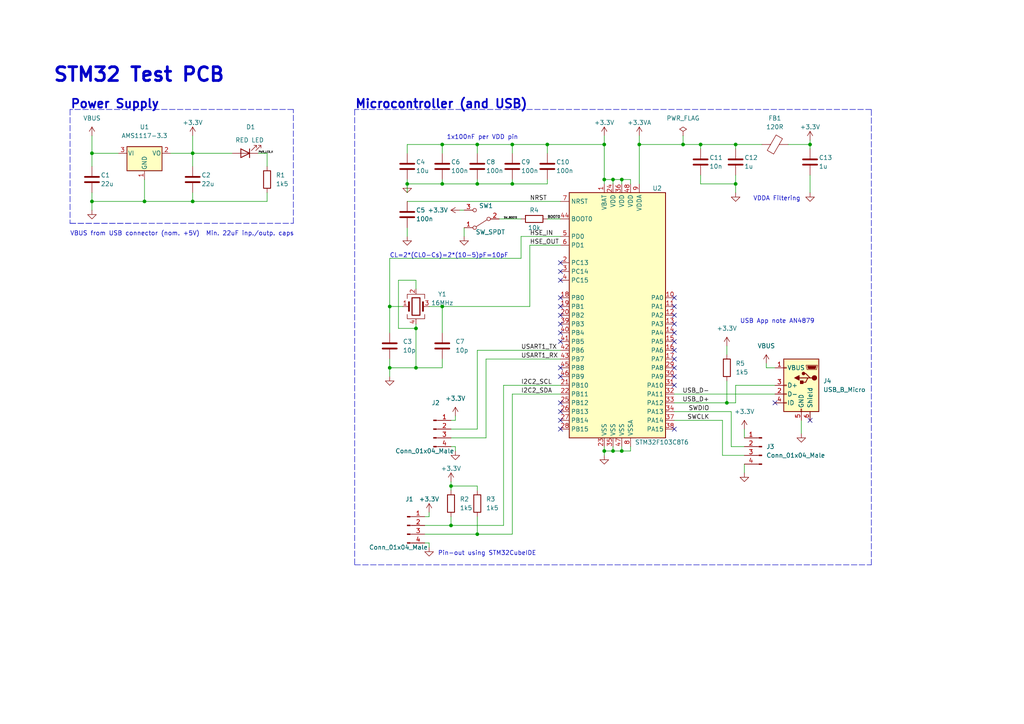
<source format=kicad_sch>
(kicad_sch (version 20211123) (generator eeschema)
  (paper "A4")
  (title_block (title "STM32 Test PCB") (date "2023-02-07") (rev "0.1"))
  (lib_symbols
    (symbol "Connector:Conn_01x04_Male" (pin_names (offset 1.016) hide)
      (property "Reference" "J" (at 0 5.08 0))
      (property "Value" "Conn_01x04_Male" (at 0 -7.62 0))
      (symbol "Conn_01x04_Male_1_1"
        (polyline (pts (xy 1.27 -5.08) (xy 0.8636 -5.08)) (stroke (width 0.1524)))
        (polyline (pts (xy 1.27 -2.54) (xy 0.8636 -2.54)) (stroke (width 0.1524)))
        (polyline (pts (xy 1.27 0) (xy 0.8636 0)) (stroke (width 0.1524)))
        (polyline (pts (xy 1.27 2.54) (xy 0.8636 2.54)) (stroke (width 0.1524)))
        (rectangle (start 0.8636 -4.953) (end 0 -5.207) (stroke (width 0.1524)) (fill (type outline)))
        (rectangle (start 0.8636 -2.413) (end 0 -2.667) (stroke (width 0.1524)) (fill (type outline)))
        (rectangle (start 0.8636 0.127) (end 0 -0.127) (stroke (width 0.1524)) (fill (type outline)))
        (rectangle (start 0.8636 2.667) (end 0 2.413) (stroke (width 0.1524)) (fill (type outline)))
        (pin passive line (at 5.08 2.54 180) (length 3.81) (name "Pin_1") (number "1"))
        (pin passive line (at 5.08 0 180) (length 3.81) (name "Pin_2") (number "2"))
        (pin passive line (at 5.08 -2.54 180) (length 3.81) (name "Pin_3") (number "3"))
        (pin passive line (at 5.08 -5.08 180) (length 3.81) (name "Pin_4") (number "4"))
      )
    )
    (symbol "Connector:USB_B_Micro" (pin_names (offset 1.016))
      (property "Reference" "J" (at -5.08 11.43 0))
      (property "Value" "USB_B_Micro" (at -5.08 8.89 0))
      (symbol "USB_B_Micro_0_1"
        (rectangle (start -5.08 -7.62) (end 5.08 7.62) (stroke (width 0.254)) (fill (type background)))
        (circle (center -3.81 2.159) (radius 0.635) (stroke (width 0.254)) (fill (type outline)))
        (circle (center -0.635 3.429) (radius 0.381) (stroke (width 0.254)) (fill (type outline)))
        (rectangle (start -0.127 -7.62) (end 0.127 -6.858))
        (polyline (pts (xy -1.905 2.159) (xy 0.635 2.159)) (stroke (width 0.254)))
        (polyline (pts (xy -3.175 2.159) (xy -2.54 2.159) (xy -1.27 3.429) (xy -0.635 3.429)) (stroke (width 0.254)))
        (polyline (pts (xy -2.54 2.159) (xy -1.905 2.159) (xy -1.27 0.889) (xy 0 0.889)) (stroke (width 0.254)))
        (polyline (pts (xy 0.635 2.794) (xy 0.635 1.524) (xy 1.905 2.159) (xy 0.635 2.794)) (stroke (width 0.254)) (fill (type outline)))
        (polyline (pts (xy -4.318 5.588) (xy -1.778 5.588) (xy -2.032 4.826) (xy -4.064 4.826) (xy -4.318 5.588)) (fill (type outline)))
        (polyline (pts (xy -4.699 5.842) (xy -4.699 5.588) (xy -4.445 4.826) (xy -4.445 4.572) (xy -1.651 4.572) (xy -1.651 4.826) (xy -1.397 5.588) (xy -1.397 5.842) (xy -4.699 5.842)))
        (rectangle (start 0.254 1.27) (end -0.508 0.508) (stroke (width 0.254)) (fill (type outline)))
        (rectangle (start 5.08 -5.207) (end 4.318 -4.953))
        (rectangle (start 5.08 -2.667) (end 4.318 -2.413))
        (rectangle (start 5.08 -0.127) (end 4.318 0.127))
        (rectangle (start 5.08 4.953) (end 4.318 5.207))
      )
      (symbol "USB_B_Micro_1_1"
        (pin power_out line (at 7.62 5.08 180) (length 2.54) (name "VBUS") (number "1"))
        (pin bidirectional line (at 7.62 -2.54 180) (length 2.54) (name "D-") (number "2"))
        (pin bidirectional line (at 7.62 0 180) (length 2.54) (name "D+") (number "3"))
        (pin passive line (at 7.62 -5.08 180) (length 2.54) (name "ID") (number "4"))
        (pin power_out line (at 0 -10.16 90) (length 2.54) (name "GND") (number "5"))
        (pin passive line (at -2.54 -10.16 90) (length 2.54) (name "Shield") (number "6"))
      )
    )
    (symbol "Device:C" (pin_numbers hide) (pin_names (offset 0.254))
      (property "Reference" "C" (at 0.635 2.54 0))
      (property "Value" "C" (at 0.635 -2.54 0))
      (symbol "C_0_1"
        (polyline (pts (xy -2.032 -0.762) (xy 2.032 -0.762)) (stroke (width 0.508)))
        (polyline (pts (xy -2.032 0.762) (xy 2.032 0.762)) (stroke (width 0.508)))
      )
      (symbol "C_1_1"
        (pin passive line (at 0 3.81 270) (length 2.794) (name "~") (number "1"))
        (pin passive line (at 0 -3.81 90) (length 2.794) (name "~") (number "2"))
      )
    )
    (symbol "Device:Crystal_GND24" (pin_names (offset 1.016) hide)
      (property "Reference" "Y" (at 3.175 5.08 0))
      (property "Value" "Crystal_GND24" (at 3.175 3.175 0))
      (symbol "Crystal_GND24_0_1"
        (rectangle (start -1.143 2.54) (end 1.143 -2.54) (stroke (width 0.3048)))
        (polyline (pts (xy -2.54 0) (xy -2.032 0)))
        (polyline (pts (xy -2.032 -1.27) (xy -2.032 1.27)) (stroke (width 0.508)))
        (polyline (pts (xy 0 -3.81) (xy 0 -3.556)))
        (polyline (pts (xy 0 3.556) (xy 0 3.81)))
        (polyline (pts (xy 2.032 -1.27) (xy 2.032 1.27)) (stroke (width 0.508)))
        (polyline (pts (xy 2.032 0) (xy 2.54 0)))
        (polyline (pts (xy -2.54 -2.286) (xy -2.54 -3.556) (xy 2.54 -3.556) (xy 2.54 -2.286)))
        (polyline (pts (xy -2.54 2.286) (xy -2.54 3.556) (xy 2.54 3.556) (xy 2.54 2.286)))
      )
      (symbol "Crystal_GND24_1_1"
        (pin passive line (at -3.81 0 0) (length 1.27) (name "1") (number "1"))
        (pin passive line (at 0 5.08 270) (length 1.27) (name "2") (number "2"))
        (pin passive line (at 3.81 0 180) (length 1.27) (name "3") (number "3"))
        (pin passive line (at 0 -5.08 90) (length 1.27) (name "4") (number "4"))
      )
    )
    (symbol "Device:FerriteBead" (pin_numbers hide) (pin_names (offset 0))
      (property "Reference" "FB" (at -3.81 0.635 90))
      (property "Value" "FerriteBead" (at 3.81 0 90))
      (symbol "FerriteBead_0_1"
        (polyline (pts (xy 0 -1.27) (xy 0 -1.2192)))
        (polyline (pts (xy 0 1.27) (xy 0 1.2954)))
        (polyline (pts (xy -2.7686 0.4064) (xy -1.7018 2.2606) (xy 2.7686 -0.3048) (xy 1.6764 -2.159) (xy -2.7686 0.4064)))
      )
      (symbol "FerriteBead_1_1"
        (pin passive line (at 0 3.81 270) (length 2.54) (name "~") (number "1"))
        (pin passive line (at 0 -3.81 90) (length 2.54) (name "~") (number "2"))
      )
    )
    (symbol "Device:LED" (pin_numbers hide) (pin_names (offset 1.016) hide)
      (property "Reference" "D" (at 0 2.54 0))
      (property "Value" "LED" (at 0 -2.54 0))
      (symbol "LED_0_1"
        (polyline (pts (xy -1.27 -1.27) (xy -1.27 1.27)) (stroke (width 0.254)))
        (polyline (pts (xy -1.27 0) (xy 1.27 0)))
        (polyline (pts (xy 1.27 -1.27) (xy 1.27 1.27) (xy -1.27 0) (xy 1.27 -1.27)) (stroke (width 0.254)))
        (polyline (pts (xy -3.048 -0.762) (xy -4.572 -2.286) (xy -3.81 -2.286) (xy -4.572 -2.286) (xy -4.572 -1.524)))
        (polyline (pts (xy -1.778 -0.762) (xy -3.302 -2.286) (xy -2.54 -2.286) (xy -3.302 -2.286) (xy -3.302 -1.524)))
      )
      (symbol "LED_1_1"
        (pin passive line (at -3.81 0 0) (length 2.54) (name "K") (number "1"))
        (pin passive line (at 3.81 0 180) (length 2.54) (name "A") (number "2"))
      )
    )
    (symbol "Device:R" (pin_numbers hide) (pin_names (offset 0))
      (property "Reference" "R" (at 2.032 0 90))
      (property "Value" "R" (at 0 0 90))
      (symbol "R_0_1"
        (rectangle (start -1.016 -2.54) (end 1.016 2.54) (stroke (width 0.254)))
      )
      (symbol "R_1_1"
        (pin passive line (at 0 3.81 270) (length 1.27) (name "~") (number "1"))
        (pin passive line (at 0 -3.81 90) (length 1.27) (name "~") (number "2"))
      )
    )
    (symbol "MCU_ST_STM32F1:STM32F103C8Tx"
      (property "Reference" "U" (at -15.24 36.83 0))
      (property "Value" "STM32F103C8Tx" (at 7.62 36.83 0))
      (symbol "STM32F103C8Tx_0_1"
        (rectangle (start -15.24 -35.56) (end 12.7 35.56) (stroke (width 0.254)) (fill (type background)))
      )
      (symbol "STM32F103C8Tx_1_1"
        (pin power_in line (at -5.08 38.1 270) (length 2.54) (name "VBAT") (number "1"))
        (pin bidirectional line (at 15.24 5.08 180) (length 2.54) (name "PA0") (number "10"))
        (pin bidirectional line (at 15.24 2.54 180) (length 2.54) (name "PA1") (number "11"))
        (pin bidirectional line (at 15.24 0 180) (length 2.54) (name "PA2") (number "12"))
        (pin bidirectional line (at 15.24 -2.54 180) (length 2.54) (name "PA3") (number "13"))
        (pin bidirectional line (at 15.24 -5.08 180) (length 2.54) (name "PA4") (number "14"))
        (pin bidirectional line (at 15.24 -7.62 180) (length 2.54) (name "PA5") (number "15"))
        (pin bidirectional line (at 15.24 -10.16 180) (length 2.54) (name "PA6") (number "16"))
        (pin bidirectional line (at 15.24 -12.7 180) (length 2.54) (name "PA7") (number "17"))
        (pin bidirectional line (at -17.78 5.08 0) (length 2.54) (name "PB0") (number "18"))
        (pin bidirectional line (at -17.78 2.54 0) (length 2.54) (name "PB1") (number "19"))
        (pin bidirectional line (at -17.78 15.24 0) (length 2.54) (name "PC13") (number "2"))
        (pin bidirectional line (at -17.78 0 0) (length 2.54) (name "PB2") (number "20"))
        (pin bidirectional line (at -17.78 -20.32 0) (length 2.54) (name "PB10") (number "21"))
        (pin bidirectional line (at -17.78 -22.86 0) (length 2.54) (name "PB11") (number "22"))
        (pin power_in line (at -5.08 -38.1 90) (length 2.54) (name "VSS") (number "23"))
        (pin power_in line (at -2.54 38.1 270) (length 2.54) (name "VDD") (number "24"))
        (pin bidirectional line (at -17.78 -25.4 0) (length 2.54) (name "PB12") (number "25"))
        (pin bidirectional line (at -17.78 -27.94 0) (length 2.54) (name "PB13") (number "26"))
        (pin bidirectional line (at -17.78 -30.48 0) (length 2.54) (name "PB14") (number "27"))
        (pin bidirectional line (at -17.78 -33.02 0) (length 2.54) (name "PB15") (number "28"))
        (pin bidirectional line (at 15.24 -15.24 180) (length 2.54) (name "PA8") (number "29"))
        (pin bidirectional line (at -17.78 12.7 0) (length 2.54) (name "PC14") (number "3"))
        (pin bidirectional line (at 15.24 -17.78 180) (length 2.54) (name "PA9") (number "30"))
        (pin bidirectional line (at 15.24 -20.32 180) (length 2.54) (name "PA10") (number "31"))
        (pin bidirectional line (at 15.24 -22.86 180) (length 2.54) (name "PA11") (number "32"))
        (pin bidirectional line (at 15.24 -25.4 180) (length 2.54) (name "PA12") (number "33"))
        (pin bidirectional line (at 15.24 -27.94 180) (length 2.54) (name "PA13") (number "34"))
        (pin power_in line (at -2.54 -38.1 90) (length 2.54) (name "VSS") (number "35"))
        (pin power_in line (at 0 38.1 270) (length 2.54) (name "VDD") (number "36"))
        (pin bidirectional line (at 15.24 -30.48 180) (length 2.54) (name "PA14") (number "37"))
        (pin bidirectional line (at 15.24 -33.02 180) (length 2.54) (name "PA15") (number "38"))
        (pin bidirectional line (at -17.78 -2.54 0) (length 2.54) (name "PB3") (number "39"))
        (pin bidirectional line (at -17.78 10.16 0) (length 2.54) (name "PC15") (number "4"))
        (pin bidirectional line (at -17.78 -5.08 0) (length 2.54) (name "PB4") (number "40"))
        (pin bidirectional line (at -17.78 -7.62 0) (length 2.54) (name "PB5") (number "41"))
        (pin bidirectional line (at -17.78 -10.16 0) (length 2.54) (name "PB6") (number "42"))
        (pin bidirectional line (at -17.78 -12.7 0) (length 2.54) (name "PB7") (number "43"))
        (pin input line (at -17.78 27.94 0) (length 2.54) (name "BOOT0") (number "44"))
        (pin bidirectional line (at -17.78 -15.24 0) (length 2.54) (name "PB8") (number "45"))
        (pin bidirectional line (at -17.78 -17.78 0) (length 2.54) (name "PB9") (number "46"))
        (pin power_in line (at 0 -38.1 90) (length 2.54) (name "VSS") (number "47"))
        (pin power_in line (at 2.54 38.1 270) (length 2.54) (name "VDD") (number "48"))
        (pin input line (at -17.78 22.86 0) (length 2.54) (name "PD0") (number "5"))
        (pin input line (at -17.78 20.32 0) (length 2.54) (name "PD1") (number "6"))
        (pin input line (at -17.78 33.02 0) (length 2.54) (name "NRST") (number "7"))
        (pin power_in line (at 2.54 -38.1 90) (length 2.54) (name "VSSA") (number "8"))
        (pin power_in line (at 5.08 38.1 270) (length 2.54) (name "VDDA") (number "9"))
      )
    )
    (symbol "Regulator_Linear:AMS1117-3.3" (pin_names (offset 0.254))
      (property "Reference" "U" (at -3.81 3.175 0))
      (property "Value" "AMS1117-3.3" (at 0 3.175 0))
      (symbol "AMS1117-3.3_0_1"
        (rectangle (start -5.08 -5.08) (end 5.08 1.905) (stroke (width 0.254)) (fill (type background)))
      )
      (symbol "AMS1117-3.3_1_1"
        (pin power_in line (at 0 -7.62 90) (length 2.54) (name "GND") (number "1"))
        (pin power_out line (at 7.62 0 180) (length 2.54) (name "VO") (number "2"))
        (pin power_in line (at -7.62 0 0) (length 2.54) (name "VI") (number "3"))
      )
    )
    (symbol "Switch:SW_SPDT" (pin_names (offset 0) hide)
      (property "Reference" "SW" (at 0 4.318 0))
      (property "Value" "SW_SPDT" (at 0 -5.08 0))
      (symbol "SW_SPDT_0_0"
        (circle (center -2.032 0) (radius 0.508))
        (circle (center 2.032 -2.54) (radius 0.508))
      )
      (symbol "SW_SPDT_0_1"
        (polyline (pts (xy -1.524 0.254) (xy 1.651 2.286)))
        (circle (center 2.032 2.54) (radius 0.508))
      )
      (symbol "SW_SPDT_1_1"
        (pin passive line (at 5.08 2.54 180) (length 2.54) (name "A") (number "1"))
        (pin passive line (at -5.08 0 0) (length 2.54) (name "B") (number "2"))
        (pin passive line (at 5.08 -2.54 180) (length 2.54) (name "C") (number "3"))
      )
    )
    (symbol "power:+3.3V" (power) (pin_names (offset 0))
      (property "Value" "+3.3V" (at 0 3.556 0))
      (symbol "+3.3V_0_1"
        (polyline (pts (xy -0.762 1.27) (xy 0 2.54)))
        (polyline (pts (xy 0 0) (xy 0 2.54)))
        (polyline (pts (xy 0 2.54) (xy 0.762 1.27)))
      )
      (symbol "+3.3V_1_1"
        (pin power_in line (at 0 0 90) (length 0) hide (name "+3.3V") (number "1"))
      )
    )
    (symbol "power:+3.3VA" (power) (pin_names (offset 0))
      (property "Value" "+3.3VA" (at 0 3.556 0))
      (symbol "+3.3VA_0_1"
        (polyline (pts (xy -0.762 1.27) (xy 0 2.54)))
        (polyline (pts (xy 0 0) (xy 0 2.54)))
        (polyline (pts (xy 0 2.54) (xy 0.762 1.27)))
      )
      (symbol "+3.3VA_1_1"
        (pin power_in line (at 0 0 90) (length 0) hide (name "+3.3VA") (number "1"))
      )
    )
    (symbol "power:GND" (power) (pin_names (offset 0))
      (property "Value" "GND" (at 0 -3.81 0))
      (symbol "GND_0_1"
        (polyline (pts (xy 0 0) (xy 0 -1.27) (xy 1.27 -1.27) (xy 0 -2.54) (xy -1.27 -1.27) (xy 0 -1.27)))
      )
      (symbol "GND_1_1"
        (pin power_in line (at 0 0 270) (length 0) hide (name "GND") (number "1"))
      )
    )
    (symbol "power:PWR_FLAG" (power) (pin_numbers hide) (pin_names (offset 0) hide)
      (property "Value" "PWR_FLAG" (at 0 3.81 0))
      (symbol "PWR_FLAG_0_0"
        (pin power_out line (at 0 0 90) (length 0) (name "pwr") (number "1"))
      )
      (symbol "PWR_FLAG_0_1"
        (polyline (pts (xy 0 0) (xy 0 1.27) (xy -1.016 1.905) (xy 0 2.54) (xy 1.016 1.905) (xy 0 1.27)))
      )
    )
    (symbol "power:VBUS" (power) (pin_names (offset 0))
      (property "Value" "VBUS" (at 0 3.81 0))
      (symbol "VBUS_0_1"
        (polyline (pts (xy -0.762 1.27) (xy 0 2.54)))
        (polyline (pts (xy 0 0) (xy 0 2.54)))
        (polyline (pts (xy 0 2.54) (xy 0.762 1.27)))
      )
      (symbol "VBUS_1_1"
        (pin power_in line (at 0 0 90) (length 0) hide (name "VBUS") (number "1"))
      )
    )
  )
  (junction (at 120.65 95.25))
  (junction (at 130.81 152.4))
  (junction (at 55.88 58.42))
  (junction (at 213.36 41.91))
  (junction (at 158.75 41.91))
  (junction (at 185.42 41.91))
  (junction (at 118.11 53.34))
  (junction (at 128.27 88.9))
  (junction (at 130.81 140.97))
  (junction (at 180.34 130.81))
  (junction (at 128.27 53.34))
  (junction (at 180.34 52.07))
  (junction (at 148.59 53.34))
  (junction (at 138.43 53.34))
  (junction (at 128.27 41.91))
  (junction (at 148.59 41.91))
  (junction (at 113.03 88.9))
  (junction (at 198.12 41.91))
  (junction (at 113.03 106.68))
  (junction (at 55.88 44.45))
  (junction (at 234.95 41.91))
  (junction (at 213.36 53.34))
  (junction (at 175.26 52.07))
  (junction (at 120.65 106.68))
  (junction (at 203.2 41.91))
  (junction (at 175.26 130.81))
  (junction (at 177.8 52.07))
  (junction (at 177.8 130.81))
  (junction (at 138.43 154.94))
  (junction (at 175.26 41.91))
  (junction (at 41.91 58.42))
  (junction (at 26.67 58.42))
  (junction (at 138.43 41.91))
  (junction (at 26.67 44.45))
  (junction (at 210.82 116.84))
  (no_connect (at 162.56 109.22))
  (no_connect (at 195.58 88.9))
  (no_connect (at 195.58 99.06))
  (no_connect (at 162.56 91.44))
  (no_connect (at 162.56 96.52))
  (no_connect (at 162.56 88.9))
  (no_connect (at 162.56 121.92))
  (no_connect (at 162.56 99.06))
  (no_connect (at 195.58 104.14))
  (no_connect (at 195.58 106.68))
  (no_connect (at 195.58 109.22))
  (no_connect (at 162.56 119.38))
  (no_connect (at 162.56 81.28))
  (no_connect (at 162.56 93.98))
  (no_connect (at 162.56 116.84))
  (no_connect (at 195.58 96.52))
  (no_connect (at 195.58 124.46))
  (no_connect (at 195.58 101.6))
  (no_connect (at 234.95 121.92))
  (no_connect (at 195.58 91.44))
  (no_connect (at 162.56 124.46))
  (no_connect (at 162.56 106.68))
  (no_connect (at 195.58 111.76))
  (no_connect (at 162.56 78.74))
  (no_connect (at 224.79 116.84))
  (no_connect (at 162.56 86.36))
  (no_connect (at 195.58 86.36))
  (no_connect (at 195.58 93.98))
  (no_connect (at 162.56 76.2))
  (wire (pts (xy 113.03 104.14) (xy 113.03 106.68)))
  (wire (pts (xy 215.9 124.46) (xy 215.9 127)))
  (wire (pts (xy 177.8 130.81) (xy 180.34 130.81)))
  (wire (pts (xy 115.57 95.25) (xy 120.65 95.25)))
  (wire (pts (xy 228.6 41.91) (xy 234.95 41.91)))
  (wire (pts (xy 148.59 41.91) (xy 138.43 41.91)))
  (wire (pts (xy 130.81 129.54) (xy 132.08 129.54)))
  (wire (pts (xy 175.26 130.81) (xy 175.26 132.08)))
  (polyline (pts (xy 252.73 31.75) (xy 102.87 31.75)))
  (wire (pts (xy 195.58 114.3) (xy 224.79 114.3)))
  (wire (pts (xy 128.27 41.91) (xy 118.11 41.91)))
  (wire (pts (xy 198.12 41.91) (xy 203.2 41.91)))
  (wire (pts (xy 118.11 58.42) (xy 162.56 58.42)))
  (wire (pts (xy 120.65 95.25) (xy 120.65 106.68)))
  (wire (pts (xy 180.34 52.07) (xy 182.88 52.07)))
  (wire (pts (xy 153.67 71.12) (xy 162.56 71.12)))
  (wire (pts (xy 55.88 55.88) (xy 55.88 58.42)))
  (wire (pts (xy 41.91 58.42) (xy 55.88 58.42)))
  (wire (pts (xy 128.27 88.9) (xy 153.67 88.9)))
  (wire (pts (xy 158.75 63.5) (xy 162.56 63.5)))
  (wire (pts (xy 138.43 53.34) (xy 128.27 53.34)))
  (wire (pts (xy 74.93 44.45) (xy 77.47 44.45)))
  (wire (pts (xy 26.67 44.45) (xy 26.67 48.26)))
  (wire (pts (xy 213.36 111.76) (xy 224.79 111.76)))
  (wire (pts (xy 77.47 44.45) (xy 77.47 48.26)))
  (wire (pts (xy 26.67 39.37) (xy 26.67 44.45)))
  (wire (pts (xy 130.81 127) (xy 140.97 127)))
  (wire (pts (xy 138.43 149.86) (xy 138.43 154.94)))
  (wire (pts (xy 213.36 50.8) (xy 213.36 53.34)))
  (wire (pts (xy 185.42 39.37) (xy 185.42 41.91)))
  (wire (pts (xy 128.27 53.34) (xy 128.27 52.07)))
  (wire (pts (xy 140.97 127) (xy 140.97 104.14)))
  (wire (pts (xy 26.67 55.88) (xy 26.67 58.42)))
  (wire (pts (xy 175.26 39.37) (xy 175.26 41.91)))
  (wire (pts (xy 158.75 41.91) (xy 175.26 41.91)))
  (wire (pts (xy 185.42 41.91) (xy 198.12 41.91)))
  (wire (pts (xy 124.46 148.59) (xy 124.46 149.86)))
  (wire (pts (xy 130.81 139.7) (xy 130.81 140.97)))
  (wire (pts (xy 123.19 152.4) (xy 130.81 152.4)))
  (wire (pts (xy 210.82 116.84) (xy 213.36 116.84)))
  (wire (pts (xy 130.81 152.4) (xy 146.05 152.4)))
  (polyline (pts (xy 20.32 64.77) (xy 85.09 64.77)))
  (polyline (pts (xy 102.87 163.83) (xy 252.73 163.83)))
  (wire (pts (xy 158.75 41.91) (xy 148.59 41.91)))
  (wire (pts (xy 55.88 39.37) (xy 55.88 44.45)))
  (polyline (pts (xy 20.32 31.75) (xy 20.32 64.77)))
  (wire (pts (xy 175.26 41.91) (xy 175.26 52.07)))
  (wire (pts (xy 130.81 149.86) (xy 130.81 152.4)))
  (wire (pts (xy 215.9 132.08) (xy 209.55 132.08)))
  (wire (pts (xy 138.43 53.34) (xy 138.43 52.07)))
  (wire (pts (xy 234.95 40.64) (xy 234.95 41.91)))
  (wire (pts (xy 148.59 114.3) (xy 162.56 114.3)))
  (wire (pts (xy 177.8 129.54) (xy 177.8 130.81)))
  (wire (pts (xy 146.05 152.4) (xy 146.05 111.76)))
  (polyline (pts (xy 252.73 163.83) (xy 252.73 31.75)))
  (wire (pts (xy 41.91 52.07) (xy 41.91 58.42)))
  (wire (pts (xy 232.41 121.92) (xy 232.41 125.73)))
  (wire (pts (xy 118.11 41.91) (xy 118.11 44.45)))
  (wire (pts (xy 26.67 58.42) (xy 26.67 60.96)))
  (wire (pts (xy 138.43 41.91) (xy 128.27 41.91)))
  (wire (pts (xy 120.65 81.28) (xy 115.57 81.28)))
  (wire (pts (xy 49.53 44.45) (xy 55.88 44.45)))
  (wire (pts (xy 175.26 52.07) (xy 177.8 52.07)))
  (wire (pts (xy 182.88 130.81) (xy 182.88 129.54)))
  (wire (pts (xy 128.27 104.14) (xy 128.27 106.68)))
  (wire (pts (xy 210.82 110.49) (xy 210.82 116.84)))
  (wire (pts (xy 213.36 53.34) (xy 213.36 55.88)))
  (wire (pts (xy 151.13 74.93) (xy 151.13 68.58)))
  (wire (pts (xy 130.81 121.92) (xy 132.08 121.92)))
  (wire (pts (xy 55.88 44.45) (xy 67.31 44.45)))
  (wire (pts (xy 203.2 41.91) (xy 213.36 41.91)))
  (wire (pts (xy 128.27 88.9) (xy 128.27 96.52)))
  (wire (pts (xy 138.43 142.24) (xy 138.43 140.97)))
  (wire (pts (xy 130.81 124.46) (xy 138.43 124.46)))
  (wire (pts (xy 113.03 106.68) (xy 113.03 109.22)))
  (wire (pts (xy 215.9 134.62) (xy 215.9 137.16)))
  (wire (pts (xy 118.11 53.34) (xy 118.11 52.07)))
  (wire (pts (xy 77.47 58.42) (xy 55.88 58.42)))
  (wire (pts (xy 113.03 88.9) (xy 113.03 96.52)))
  (wire (pts (xy 153.67 88.9) (xy 153.67 71.12)))
  (wire (pts (xy 120.65 106.68) (xy 113.03 106.68)))
  (wire (pts (xy 130.81 140.97) (xy 130.81 142.24)))
  (wire (pts (xy 138.43 140.97) (xy 130.81 140.97)))
  (wire (pts (xy 118.11 53.34) (xy 118.11 55.88)))
  (wire (pts (xy 124.46 88.9) (xy 128.27 88.9)))
  (wire (pts (xy 113.03 88.9) (xy 116.84 88.9)))
  (wire (pts (xy 210.82 100.33) (xy 210.82 102.87)))
  (wire (pts (xy 195.58 121.92) (xy 209.55 121.92)))
  (wire (pts (xy 213.36 41.91) (xy 220.98 41.91)))
  (wire (pts (xy 234.95 41.91) (xy 234.95 43.18)))
  (wire (pts (xy 120.65 93.98) (xy 120.65 95.25)))
  (wire (pts (xy 185.42 41.91) (xy 185.42 53.34)))
  (wire (pts (xy 26.67 58.42) (xy 41.91 58.42)))
  (polyline (pts (xy 85.09 64.77) (xy 85.09 31.75)))
  (wire (pts (xy 177.8 52.07) (xy 180.34 52.07)))
  (wire (pts (xy 203.2 50.8) (xy 203.2 53.34)))
  (wire (pts (xy 234.95 50.8) (xy 234.95 55.88)))
  (wire (pts (xy 132.08 129.54) (xy 132.08 130.81)))
  (wire (pts (xy 213.36 43.18) (xy 213.36 41.91)))
  (wire (pts (xy 133.35 60.96) (xy 134.62 60.96)))
  (wire (pts (xy 148.59 53.34) (xy 138.43 53.34)))
  (polyline (pts (xy 20.32 64.77) (xy 38.1 64.77)))
  (wire (pts (xy 151.13 68.58) (xy 162.56 68.58)))
  (wire (pts (xy 138.43 41.91) (xy 138.43 44.45)))
  (wire (pts (xy 175.26 130.81) (xy 177.8 130.81)))
  (wire (pts (xy 148.59 41.91) (xy 148.59 44.45)))
  (wire (pts (xy 120.65 83.82) (xy 120.65 81.28)))
  (wire (pts (xy 146.05 111.76) (xy 162.56 111.76)))
  (wire (pts (xy 203.2 53.34) (xy 213.36 53.34)))
  (wire (pts (xy 158.75 53.34) (xy 148.59 53.34)))
  (wire (pts (xy 180.34 129.54) (xy 180.34 130.81)))
  (wire (pts (xy 158.75 41.91) (xy 158.75 44.45)))
  (wire (pts (xy 209.55 132.08) (xy 209.55 121.92)))
  (wire (pts (xy 55.88 44.45) (xy 55.88 48.26)))
  (wire (pts (xy 26.67 44.45) (xy 34.29 44.45)))
  (wire (pts (xy 213.36 111.76) (xy 213.36 116.84)))
  (wire (pts (xy 180.34 52.07) (xy 180.34 53.34)))
  (wire (pts (xy 148.59 154.94) (xy 148.59 114.3)))
  (wire (pts (xy 124.46 157.48) (xy 124.46 158.75)))
  (wire (pts (xy 195.58 119.38) (xy 212.09 119.38)))
  (wire (pts (xy 123.19 154.94) (xy 138.43 154.94)))
  (wire (pts (xy 198.12 39.37) (xy 198.12 41.91)))
  (wire (pts (xy 177.8 52.07) (xy 177.8 53.34)))
  (wire (pts (xy 182.88 52.07) (xy 182.88 53.34)))
  (wire (pts (xy 115.57 81.28) (xy 115.57 95.25)))
  (wire (pts (xy 140.97 104.14) (xy 162.56 104.14)))
  (wire (pts (xy 222.25 105.41) (xy 222.25 106.68)))
  (wire (pts (xy 148.59 52.07) (xy 148.59 53.34)))
  (wire (pts (xy 215.9 129.54) (xy 212.09 129.54)))
  (polyline (pts (xy 102.87 31.75) (xy 102.87 163.83)))
  (wire (pts (xy 113.03 74.93) (xy 151.13 74.93)))
  (wire (pts (xy 123.19 149.86) (xy 124.46 149.86)))
  (wire (pts (xy 203.2 41.91) (xy 203.2 43.18)))
  (wire (pts (xy 77.47 55.88) (xy 77.47 58.42)))
  (wire (pts (xy 123.19 157.48) (xy 124.46 157.48)))
  (wire (pts (xy 222.25 106.68) (xy 224.79 106.68)))
  (wire (pts (xy 144.78 63.5) (xy 151.13 63.5)))
  (wire (pts (xy 138.43 101.6) (xy 138.43 124.46)))
  (polyline (pts (xy 85.09 31.75) (xy 20.32 31.75)))
  (wire (pts (xy 128.27 53.34) (xy 118.11 53.34)))
  (wire (pts (xy 138.43 101.6) (xy 162.56 101.6)))
  (wire (pts (xy 128.27 41.91) (xy 128.27 44.45)))
  (wire (pts (xy 134.62 66.04) (xy 134.62 68.58)))
  (wire (pts (xy 180.34 130.81) (xy 182.88 130.81)))
  (wire (pts (xy 158.75 52.07) (xy 158.75 53.34)))
  (wire (pts (xy 212.09 129.54) (xy 212.09 119.38)))
  (wire (pts (xy 175.26 129.54) (xy 175.26 130.81)))
  (wire (pts (xy 113.03 88.9) (xy 113.03 74.93)))
  (wire (pts (xy 195.58 116.84) (xy 210.82 116.84)))
  (wire (pts (xy 132.08 121.92) (xy 132.08 120.65)))
  (wire (pts (xy 128.27 106.68) (xy 120.65 106.68)))
  (wire (pts (xy 138.43 154.94) (xy 148.59 154.94)))
  (wire (pts (xy 175.26 52.07) (xy 175.26 53.34)))
  (wire (pts (xy 118.11 66.04) (xy 118.11 68.58)))
  (text "STM32 Test PCB\n" (at 15.24 24.13 0) (effects (font (size 4 4) bold) (justify left bottom)))
  (text "Pin-out using STM32CubeIDE" (at 127 161.29 0) (effects (font (size 1.27 1.27)) (justify left bottom)))
  (text "1x100nF per VDD pin" (at 129.54 40.64 0) (effects (font (size 1.27 1.27)) (justify left bottom)))
  (text "Microcontroller (and USB)" (at 102.87 31.75 0) (effects (font (size 2.5 2.5) bold) (justify left bottom)))
  (text "CL=2*(CL0-Cs)=2*(10-5)pF=10pF" (at 113.03 74.93 0) (effects (font (size 1.27 1.27)) (justify left bottom)))
  (text "VBUS from USB connector (nom. +5V)\n" (at 20.32 68.58 0) (effects (font (size 1.27 1.27)) (justify left bottom)))
  (text "VDDA Filtering" (at 218.44 58.42 0) (effects (font (size 1.27 1.27)) (justify left bottom)))
  (text "Min. 22uF inp./outp. caps" (at 59.69 68.58 0) (effects (font (size 1.27 1.27)) (justify left bottom)))
  (text "Power Supply" (at 20.32 31.75 0) (effects (font (size 2.5 2.5) (thickness 0.5) bold) (justify left bottom)))
  (text "USB App note AN4879\n" (at 214.63 93.98 0) (effects (font (size 1.27 1.27)) (justify left bottom)))
  (label "USART1_TX" (at 151.13 101.6 0))
  (label "NRST" (at 153.67 58.42 0))
  (label "PWR_LED_K" (at 74.93 44.45 0) (effects (font (size 0.5 0.5))))
  (label "I2C2_SDA" (at 151.13 114.3 0))
  (label "HSE_IN" (at 153.67 68.58 0))
  (label "SWCLK" (at 205.74 121.92 180))
  (label "HSE_OUT" (at 153.67 71.12 0))
  (label "SWDIO" (at 205.74 119.38 180))
  (label "BOOT0" (at 158.75 63.5 0) (effects (font (size 0.75 0.75))))
  (label "USART1_RX" (at 151.13 104.14 0))
  (label "USB_D-" (at 205.74 114.3 180))
  (label "I2C2_SCL" (at 151.13 111.76 0))
  (label "USB_D+" (at 205.74 116.84 180))
  (label "SW_BOOT0" (at 146.05 63.5 0) (effects (font (size 0.5 0.5))))
  (symbol (lib_id "power:+3.3V") (at 234.95 40.64 0) (unit 1)
    (property "Reference" "#PWR023" (effects hide))
    (property "Value" "+3.3V" (at 234.95 36.83 0))
  )
  (symbol (lib_id "power:+3.3V") (at 175.26 39.37 0) (unit 1)
    (property "Reference" "#PWR014" (effects hide))
    (property "Value" "+3.3V" (at 175.26 35.56 0))
  )
  (symbol (lib_id "power:PWR_FLAG") (at 198.12 39.37 0) (unit 1)
    (property "Reference" "#FLG0101" (effects hide))
    (property "Value" "PWR_FLAG" (at 198.12 34.29 0))
  )
  (symbol (lib_id "power:GND") (at 234.95 55.88 0) (unit 1)
    (property "Reference" "#PWR024" (effects hide))
    (property "Value" "GND" (effects hide))
  )
  (symbol (lib_id "Device:R") (at 130.81 146.05 0) (unit 1)
    (property "Reference" "R2" (at 133.35 144.7799 0) (effects (justify left)))
    (property "Value" "1k5" (at 133.35 147.3199 0) (effects (justify left)))
    (property "Footprint" "Resistor_SMD:R_0402_1005Metric" (effects hide))
  )
  (symbol (lib_id "power:GND") (at 26.67 60.96 0) (unit 1)
    (property "Reference" "#PWR02" (effects hide))
    (property "Value" "GND" (effects hide))
  )
  (symbol (lib_id "Device:R") (at 154.94 63.5 90) (unit 1)
    (property "Reference" "R4" (at 154.94 60.96 90))
    (property "Value" "10k" (at 154.94 66.04 90))
    (property "Footprint" "Resistor_SMD:R_0402_1005Metric" (effects hide))
  )
  (symbol (lib_id "Device:R") (at 138.43 146.05 0) (unit 1)
    (property "Reference" "R3" (at 140.97 144.7799 0) (effects (justify left)))
    (property "Value" "1k5" (at 140.97 147.3199 0) (effects (justify left)))
    (property "Footprint" "Resistor_SMD:R_0402_1005Metric" (effects hide))
  )
  (symbol (lib_id "power:GND") (at 232.41 125.73 0) (unit 1)
    (property "Reference" "#PWR022" (effects hide))
    (property "Value" "GND" (effects hide))
  )
  (symbol (lib_id "Connector:Conn_01x04_Male") (at 220.98 129.54 0) (mirror y) (unit 1)
    (property "Reference" "J3" (at 222.25 129.5399 0) (effects (justify right)))
    (property "Value" "Conn_01x04_Male" (at 222.25 132.0799 0) (effects (justify right)))
    (property "Footprint" "Connector_PinHeader_2.54mm:PinHeader_1x04_P2.54mm_Vertical" (effects hide))
  )
  (symbol (lib_id "power:+3.3V") (at 55.88 39.37 0) (unit 1)
    (property "Reference" "#PWR03" (effects hide))
    (property "Value" "+3.3V" (at 55.88 35.56 0))
  )
  (symbol (lib_id "power:GND") (at 213.36 55.88 0) (unit 1)
    (property "Reference" "#PWR018" (effects hide))
    (property "Value" "GND" (effects hide))
  )
  (symbol (lib_id "Device:C") (at 234.95 46.99 0) (unit 1)
    (property "Reference" "C13" (at 237.49 45.72 0) (effects (justify left)))
    (property "Value" "1u" (at 237.49 48.26 0) (effects (justify left)))
    (property "Footprint" "Capacitor_SMD:C_0402_1005Metric" (effects hide))
  )
  (symbol (lib_id "Device:C") (at 113.03 100.33 0) (unit 1)
    (property "Reference" "C3" (at 116.84 99.0599 0) (effects (justify left)))
    (property "Value" "10p" (at 116.84 101.6 0) (effects (justify left)))
    (property "Footprint" "Capacitor_SMD:C_0402_1005Metric" (effects hide))
  )
  (symbol (lib_id "power:GND") (at 134.62 68.58 0) (unit 1)
    (property "Reference" "#PWR013" (effects hide))
    (property "Value" "GND" (effects hide))
  )
  (symbol (lib_id "Device:C") (at 128.27 100.33 0) (unit 1)
    (property "Reference" "C7" (at 132.08 99.0599 0) (effects (justify left)))
    (property "Value" "10p" (at 132.08 101.5999 0) (effects (justify left)))
    (property "Footprint" "Capacitor_SMD:C_0402_1005Metric" (effects hide))
  )
  (symbol (lib_id "Device:R") (at 77.47 52.07 0) (unit 1)
    (property "Reference" "R1" (at 80.01 50.7999 0) (effects (justify left)))
    (property "Value" "1k5" (at 80.01 53.3399 0) (effects (justify left)))
    (property "Footprint" "Resistor_SMD:R_0402_1005Metric" (effects hide))
  )
  (symbol (lib_id "power:+3.3V") (at 132.08 120.65 0) (unit 1)
    (property "Reference" "#PWR010" (effects hide))
    (property "Value" "+3.3V" (at 132.08 115.57 0))
  )
  (symbol (lib_id "power:+3.3V") (at 215.9 124.46 0) (unit 1)
    (property "Reference" "#PWR019" (effects hide))
    (property "Value" "+3.3V" (at 215.9 119.38 0))
  )
  (symbol (lib_id "Device:C") (at 26.67 52.07 0) (unit 1)
    (property "Reference" "C1" (at 29.21 50.8 0) (effects (justify left)))
    (property "Value" "22u" (at 29.21 53.34 0) (effects (justify left)))
    (property "Footprint" "Capacitor_SMD:C_0805_2012Metric" (effects hide))
  )
  (symbol (lib_id "Device:LED") (at 71.12 44.45 180) (unit 1)
    (property "Reference" "D1" (at 72.7075 36.83 0))
    (property "Value" "RED LED" (at 72.39 40.64 0))
    (property "Footprint" "LED_SMD:LED_0603_1608Metric" (effects hide))
  )
  (symbol (lib_id "power:+3.3V") (at 210.82 100.33 0) (unit 1)
    (property "Reference" "#PWR017" (effects hide))
    (property "Value" "+3.3V" (at 210.82 95.25 0))
  )
  (symbol (lib_id "Device:C") (at 128.27 48.26 0) (unit 1)
    (property "Reference" "C6" (at 130.81 46.99 0) (effects (justify left)))
    (property "Value" "100n" (at 130.81 49.53 0) (effects (justify left)))
    (property "Footprint" "Capacitor_SMD:C_0402_1005Metric" (effects hide))
  )
  (symbol (lib_id "MCU_ST_STM32F1:STM32F103C8Tx") (at 180.34 91.44 0) (unit 1)
    (property "Reference" "U2" (at 189.23 54.61 0) (effects (justify left)))
    (property "Value" "STM32F103C8T6" (at 184.15 128.27 0) (effects (justify left)))
    (property "Footprint" "Package_QFP:LQFP-48_7x7mm_P0.5mm" (effects hide))
    (property "Datasheet" "http://www.st.com/st-web-ui/static/active/en/resource/technical/document/datasheet/CD00161566.pdf" (effects hide))
  )
  (symbol (lib_id "power:GND") (at 124.46 158.75 0) (unit 1)
    (property "Reference" "#PWR08" (effects hide))
    (property "Value" "GND" (effects hide))
  )
  (symbol (lib_id "power:+3.3VA") (at 185.42 39.37 0) (unit 1)
    (property "Reference" "#PWR016" (effects hide))
    (property "Value" "+3.3VA" (at 185.42 35.56 0))
  )
  (symbol (lib_id "Device:C") (at 118.11 48.26 0) (unit 1)
    (property "Reference" "C4" (at 120.65 46.99 0) (effects (justify left)))
    (property "Value" "10u" (at 120.65 49.53 0) (effects (justify left)))
    (property "Footprint" "Capacitor_SMD:C_0603_1608Metric" (effects hide))
  )
  (symbol (lib_id "Connector:USB_B_Micro") (at 232.41 111.76 0) (mirror y) (unit 1)
    (property "Reference" "J4" (at 238.76 110.4899 0) (effects (justify right)))
    (property "Value" "USB_B_Micro" (at 238.76 113.0299 0) (effects (justify right)))
    (property "Footprint" "Connector_USB:USB_Micro-B_Wuerth_629105150521" (effects hide))
  )
  (symbol (lib_id "power:GND") (at 175.26 132.08 0) (unit 1)
    (property "Reference" "#PWR015" (effects hide))
    (property "Value" "GND" (effects hide))
  )
  (symbol (lib_id "power:GND") (at 118.11 53.34 0) (unit 1)
    (property "Reference" "#PWR05" (effects hide))
    (property "Value" "GND" (effects hide))
  )
  (symbol (lib_id "power:+3.3V") (at 124.46 148.59 0) (unit 1)
    (property "Reference" "#PWR07" (effects hide))
    (property "Value" "+3.3V" (at 124.46 144.78 0))
  )
  (symbol (lib_id "power:GND") (at 118.11 68.58 0) (unit 1)
    (property "Reference" "#PWR06" (effects hide))
    (property "Value" "GND" (effects hide))
  )
  (symbol (lib_id "Device:C") (at 158.75 48.26 0) (unit 1)
    (property "Reference" "C10" (at 161.29 46.99 0) (effects (justify left)))
    (property "Value" "100n" (at 161.29 49.53 0) (effects (justify left)))
    (property "Footprint" "Capacitor_SMD:C_0402_1005Metric" (effects hide))
  )
  (symbol (lib_id "power:GND") (at 215.9 137.16 0) (unit 1)
    (property "Reference" "#PWR020" (effects hide))
    (property "Value" "GND" (effects hide))
  )
  (symbol (lib_id "Device:C") (at 138.43 48.26 0) (unit 1)
    (property "Reference" "C8" (at 140.97 46.99 0) (effects (justify left)))
    (property "Value" "100n" (at 140.97 49.53 0) (effects (justify left)))
    (property "Footprint" "Capacitor_SMD:C_0402_1005Metric" (effects hide))
  )
  (symbol (lib_id "Device:C") (at 55.88 52.07 0) (unit 1)
    (property "Reference" "C2" (at 58.42 50.8 0) (effects (justify left)))
    (property "Value" "22u" (at 58.42 53.34 0) (effects (justify left)))
    (property "Footprint" "Capacitor_SMD:C_0805_2012Metric" (effects hide))
  )
  (symbol (lib_id "power:+3.3V") (at 130.81 139.7 0) (unit 1)
    (property "Reference" "#PWR09" (effects hide))
    (property "Value" "+3.3V" (at 130.81 135.89 0))
  )
  (symbol (lib_id "power:GND") (at 113.03 109.22 0) (unit 1)
    (property "Reference" "#PWR04" (effects hide))
    (property "Value" "GND" (effects hide))
  )
  (symbol (lib_id "Device:R") (at 210.82 106.68 0) (unit 1)
    (property "Reference" "R5" (at 213.36 105.4099 0) (effects (justify left)))
    (property "Value" "1k5" (at 213.36 107.9499 0) (effects (justify left)))
    (property "Footprint" "Resistor_SMD:R_0402_1005Metric" (effects hide))
  )
  (symbol (lib_id "Device:FerriteBead") (at 224.79 41.91 90) (unit 1)
    (property "Reference" "FB1" (at 224.7392 34.29 90))
    (property "Value" "120R" (at 224.7392 36.83 90))
    (property "Footprint" "Inductor_SMD:L_0603_1608Metric" (effects hide))
  )
  (symbol (lib_id "Switch:SW_SPDT") (at 139.7 63.5 180) (unit 1)
    (property "Reference" "SW1" (at 140.97 59.69 0))
    (property "Value" "SW_SPDT" (at 142.24 67.31 0))
    (property "Footprint" "Button_Switch_THT:SW_E-Switch_EG1224_SPDT_Angled" (effects hide))
  )
  (symbol (lib_id "Device:C") (at 203.2 46.99 0) (unit 1)
    (property "Reference" "C11" (at 205.74 45.72 0) (effects (justify left)))
    (property "Value" "10n" (at 205.74 48.26 0) (effects (justify left)))
    (property "Footprint" "Capacitor_SMD:C_0402_1005Metric" (effects hide))
  )
  (symbol (lib_id "Device:Crystal_GND24") (at 120.65 88.9 0) (unit 1)
    (property "Reference" "Y1" (at 128.27 85.3186 0))
    (property "Value" "16MHz" (at 128.27 87.8586 0))
    (property "Footprint" "Crystal:Crystal_SMD_3225-4Pin_3.2x2.5mm" (effects hide))
  )
  (symbol (lib_id "Device:C") (at 118.11 62.23 0) (unit 1)
    (property "Reference" "C5" (at 120.65 60.96 0) (effects (justify left)))
    (property "Value" "100n" (at 120.65 63.5 0) (effects (justify left)))
    (property "Footprint" "Capacitor_SMD:C_0402_1005Metric" (effects hide))
  )
  (symbol (lib_id "power:GND") (at 132.08 130.81 0) (unit 1)
    (property "Reference" "#PWR011" (effects hide))
    (property "Value" "GND" (effects hide))
  )
  (symbol (lib_id "Regulator_Linear:AMS1117-3.3") (at 41.91 44.45 0) (unit 1)
    (property "Reference" "U1" (at 41.91 36.83 0))
    (property "Value" "AMS1117-3.3" (at 41.91 39.37 0))
    (property "Footprint" "Package_TO_SOT_SMD:SOT-223-3_TabPin2" (effects hide))
    (property "Datasheet" "http://www.advanced-monolithic.com/pdf/ds1117.pdf" (effects hide))
  )
  (symbol (lib_id "power:VBUS") (at 222.25 105.41 0) (unit 1)
    (property "Reference" "#PWR021" (effects hide))
    (property "Value" "VBUS" (at 222.25 100.33 0))
  )
  (symbol (lib_id "power:VBUS") (at 26.67 39.37 0) (unit 1)
    (property "Reference" "#PWR01" (effects hide))
    (property "Value" "VBUS" (at 26.67 34.29 0))
  )
  (symbol (lib_id "power:+3.3V") (at 133.35 60.96 90) (unit 1)
    (property "Reference" "#PWR012" (effects hide))
    (property "Value" "+3.3V" (at 127 60.96 90))
  )
  (symbol (lib_id "Device:C") (at 148.59 48.26 0) (unit 1)
    (property "Reference" "C9" (at 151.13 46.99 0) (effects (justify left)))
    (property "Value" "100n" (at 151.13 49.53 0) (effects (justify left)))
    (property "Footprint" "Capacitor_SMD:C_0402_1005Metric" (effects hide))
  )
  (symbol (lib_id "Connector:Conn_01x04_Male") (at 125.73 124.46 0) (unit 1)
    (property "Reference" "J2" (at 126.365 116.84 0))
    (property "Value" "Conn_01x04_Male" (at 123.19 130.81 0))
    (property "Footprint" "Connector_PinHeader_2.54mm:PinHeader_1x04_P2.54mm_Vertical" (effects hide))
  )
  (symbol (lib_id "Device:C") (at 213.36 46.99 0) (unit 1)
    (property "Reference" "C12" (at 215.9 45.72 0) (effects (justify left)))
    (property "Value" "1u" (at 215.9 48.26 0) (effects (justify left)))
    (property "Footprint" "Capacitor_SMD:C_0402_1005Metric" (effects hide))
  )
  (symbol (lib_id "Connector:Conn_01x04_Male") (at 118.11 152.4 0) (unit 1)
    (property "Reference" "J1" (at 118.745 144.78 0))
    (property "Value" "Conn_01x04_Male" (at 115.57 158.75 0))
    (property "Footprint" "Connector_PinHeader_2.54mm:PinHeader_1x04_P2.54mm_Vertical" (effects hide))
  )
)
</source>
